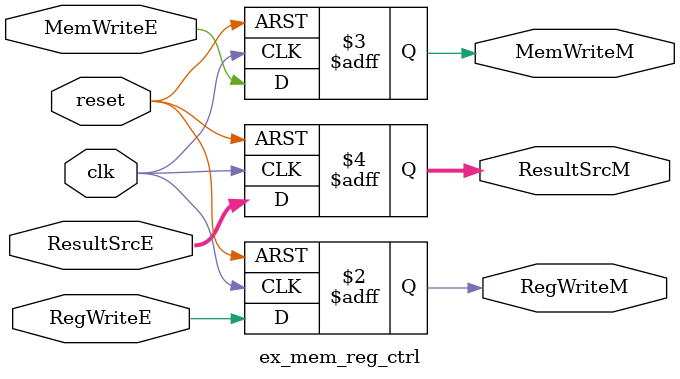
<source format=v>
`timescale 1ns / 1ps


module ex_mem_reg_ctrl(clk, reset,RegWriteE, MemWriteE, ResultSrcE,
                                  RegWriteM, MemWriteM, ResultSrcM);

    input clk, reset;
    input RegWriteE, MemWriteE;
    input [1:0] ResultSrcE;
    
    output reg RegWriteM, MemWriteM;
    output reg [1:0] ResultSrcM;

    always @(posedge clk, posedge reset) begin
        if (reset) begin
            RegWriteM <= 0;
            MemWriteM <= 0;
            ResultSrcM <= 0;
        end 
        
        else begin
            RegWriteM <= RegWriteE;
            MemWriteM <= MemWriteE;
            ResultSrcM <= ResultSrcE;
        end
    end
endmodule

</source>
